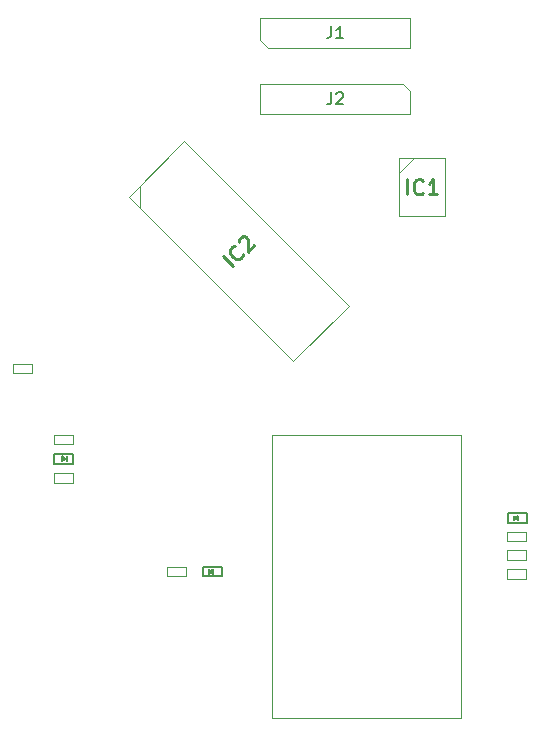
<source format=gbr>
%TF.GenerationSoftware,KiCad,Pcbnew,(5.1.10)-1*%
%TF.CreationDate,2022-09-07T09:41:17-03:00*%
%TF.ProjectId,OpenBCI_Wifi_Shield,4f70656e-4243-4495-9f57-6966695f5368,v1.0.0*%
%TF.SameCoordinates,Original*%
%TF.FileFunction,Other,Fab,Top*%
%FSLAX46Y46*%
G04 Gerber Fmt 4.6, Leading zero omitted, Abs format (unit mm)*
G04 Created by KiCad (PCBNEW (5.1.10)-1) date 2022-09-07 09:41:17*
%MOMM*%
%LPD*%
G01*
G04 APERTURE LIST*
%ADD10C,0.100000*%
%ADD11C,0.050000*%
%ADD12C,0.150000*%
%ADD13C,0.254000*%
G04 APERTURE END LIST*
D10*
%TO.C,R8*%
X122847200Y-107080000D02*
X122847200Y-106280000D01*
X124447200Y-107080000D02*
X122847200Y-107080000D01*
X124447200Y-106280000D02*
X124447200Y-107080000D01*
X122847200Y-106280000D02*
X124447200Y-106280000D01*
D11*
%TO.C,U1*%
X102924000Y-122082000D02*
X102924000Y-98082000D01*
X102932000Y-98082000D02*
X118932000Y-98082000D01*
X118932000Y-98082000D02*
X118932000Y-122082000D01*
X118932000Y-122082000D02*
X102932000Y-122082000D01*
D10*
%TO.C,R1*%
X82638800Y-92056000D02*
X82638800Y-92856000D01*
X81038800Y-92056000D02*
X82638800Y-92056000D01*
X81038800Y-92856000D02*
X81038800Y-92056000D01*
X82638800Y-92856000D02*
X81038800Y-92856000D01*
%TO.C,R3*%
X94018200Y-110064500D02*
X94018200Y-109264500D01*
X95618200Y-110064500D02*
X94018200Y-110064500D01*
X95618200Y-109264500D02*
X95618200Y-110064500D01*
X94018200Y-109264500D02*
X95618200Y-109264500D01*
%TO.C,R4*%
X86042400Y-101352400D02*
X86042400Y-102152400D01*
X84442400Y-101352400D02*
X86042400Y-101352400D01*
X84442400Y-102152400D02*
X84442400Y-101352400D01*
X86042400Y-102152400D02*
X84442400Y-102152400D01*
%TO.C,R5*%
X124447200Y-107854800D02*
X124447200Y-108654800D01*
X122847200Y-107854800D02*
X124447200Y-107854800D01*
X122847200Y-108654800D02*
X122847200Y-107854800D01*
X124447200Y-108654800D02*
X122847200Y-108654800D01*
%TO.C,R6*%
X124424000Y-109482000D02*
X124424000Y-110282000D01*
X122824000Y-109482000D02*
X124424000Y-109482000D01*
X122824000Y-110282000D02*
X122824000Y-109482000D01*
X124424000Y-110282000D02*
X122824000Y-110282000D01*
%TO.C,R7*%
X84442400Y-98901200D02*
X84442400Y-98101200D01*
X86042400Y-98901200D02*
X84442400Y-98901200D01*
X86042400Y-98101200D02*
X86042400Y-98901200D01*
X84442400Y-98101200D02*
X86042400Y-98101200D01*
D12*
%TO.C,D2*%
X97553500Y-109464500D02*
X97553500Y-109864500D01*
X97653500Y-109664500D02*
X97953500Y-109464500D01*
X97953500Y-109864500D02*
X97653500Y-109664500D01*
X97953500Y-109464500D02*
X97953500Y-109864500D01*
X98653500Y-110064500D02*
X97053500Y-110064500D01*
X98653500Y-109264500D02*
X98653500Y-110064500D01*
X97053500Y-109264500D02*
X98653500Y-109264500D01*
X97053500Y-110064500D02*
X97053500Y-109264500D01*
%TO.C,D3*%
X85542400Y-100326800D02*
X85542400Y-99926800D01*
X85442400Y-100126800D02*
X85142400Y-100326800D01*
X85142400Y-99926800D02*
X85442400Y-100126800D01*
X85142400Y-100326800D02*
X85142400Y-99926800D01*
X84442400Y-99726800D02*
X86042400Y-99726800D01*
X84442400Y-100526800D02*
X84442400Y-99726800D01*
X86042400Y-100526800D02*
X84442400Y-100526800D01*
X86042400Y-99726800D02*
X86042400Y-100526800D01*
%TO.C,D4*%
X123398000Y-104930600D02*
X123398000Y-105330600D01*
X123498000Y-105130600D02*
X123798000Y-104930600D01*
X123798000Y-105330600D02*
X123498000Y-105130600D01*
X123798000Y-104930600D02*
X123798000Y-105330600D01*
X124498000Y-105530600D02*
X122898000Y-105530600D01*
X124498000Y-104730600D02*
X124498000Y-105530600D01*
X122898000Y-104730600D02*
X124498000Y-104730600D01*
X122898000Y-105530600D02*
X122898000Y-104730600D01*
D10*
%TO.C,IC1*%
X113663000Y-75965000D02*
X114933000Y-74695000D01*
X113663000Y-79599000D02*
X113663000Y-74695000D01*
X117559000Y-79599000D02*
X113663000Y-79599000D01*
X117559000Y-74695000D02*
X117559000Y-79599000D01*
X113663000Y-74695000D02*
X117559000Y-74695000D01*
%TO.C,IC2*%
X91714107Y-78817012D02*
X91714107Y-77020961D01*
X104739014Y-91841919D02*
X90816081Y-77918986D01*
X109405919Y-87175014D02*
X104739014Y-91841919D01*
X95482986Y-73252081D02*
X109405919Y-87175014D01*
X90816081Y-77918986D02*
X95482986Y-73252081D01*
%TO.C,J1*%
X101941000Y-64682000D02*
X101941000Y-62777000D01*
X101941000Y-62777000D02*
X114641000Y-62777000D01*
X114641000Y-62777000D02*
X114641000Y-65317000D01*
X114641000Y-65317000D02*
X102576000Y-65317000D01*
X102576000Y-65317000D02*
X101941000Y-64682000D01*
%TO.C,J2*%
X113996000Y-68377000D02*
X114631000Y-69012000D01*
X101931000Y-68377000D02*
X113996000Y-68377000D01*
X101931000Y-70917000D02*
X101931000Y-68377000D01*
X114631000Y-70917000D02*
X101931000Y-70917000D01*
X114631000Y-69012000D02*
X114631000Y-70917000D01*
%TD*%
%TO.C,IC1*%
D13*
X114371238Y-77721523D02*
X114371238Y-76451523D01*
X115701714Y-77600571D02*
X115641238Y-77661047D01*
X115459809Y-77721523D01*
X115338857Y-77721523D01*
X115157428Y-77661047D01*
X115036476Y-77540095D01*
X114976000Y-77419142D01*
X114915523Y-77177238D01*
X114915523Y-76995809D01*
X114976000Y-76753904D01*
X115036476Y-76632952D01*
X115157428Y-76512000D01*
X115338857Y-76451523D01*
X115459809Y-76451523D01*
X115641238Y-76512000D01*
X115701714Y-76572476D01*
X116911238Y-77721523D02*
X116185523Y-77721523D01*
X116548380Y-77721523D02*
X116548380Y-76451523D01*
X116427428Y-76632952D01*
X116306476Y-76753904D01*
X116185523Y-76814380D01*
%TO.C,IC2*%
X99640605Y-83829893D02*
X98742580Y-82931868D01*
X100495868Y-82803578D02*
X100495868Y-82889104D01*
X100410341Y-83060157D01*
X100324815Y-83145683D01*
X100153763Y-83231209D01*
X99982710Y-83231209D01*
X99854421Y-83188446D01*
X99640605Y-83060157D01*
X99512316Y-82931868D01*
X99384026Y-82718052D01*
X99341263Y-82589763D01*
X99341263Y-82418710D01*
X99426790Y-82247658D01*
X99512316Y-82162131D01*
X99683368Y-82076605D01*
X99768895Y-82076605D01*
X100111000Y-81734500D02*
X100111000Y-81648974D01*
X100153763Y-81520685D01*
X100367578Y-81306869D01*
X100495868Y-81264106D01*
X100581394Y-81264106D01*
X100709683Y-81306869D01*
X100795209Y-81392395D01*
X100880736Y-81563448D01*
X100880736Y-82589763D01*
X101436656Y-82033842D01*
%TO.C,J1*%
D12*
X107957666Y-63499380D02*
X107957666Y-64213666D01*
X107910047Y-64356523D01*
X107814809Y-64451761D01*
X107671952Y-64499380D01*
X107576714Y-64499380D01*
X108957666Y-64499380D02*
X108386238Y-64499380D01*
X108671952Y-64499380D02*
X108671952Y-63499380D01*
X108576714Y-63642238D01*
X108481476Y-63737476D01*
X108386238Y-63785095D01*
%TO.C,J2*%
X107947666Y-69099380D02*
X107947666Y-69813666D01*
X107900047Y-69956523D01*
X107804809Y-70051761D01*
X107661952Y-70099380D01*
X107566714Y-70099380D01*
X108376238Y-69194619D02*
X108423857Y-69147000D01*
X108519095Y-69099380D01*
X108757190Y-69099380D01*
X108852428Y-69147000D01*
X108900047Y-69194619D01*
X108947666Y-69289857D01*
X108947666Y-69385095D01*
X108900047Y-69527952D01*
X108328619Y-70099380D01*
X108947666Y-70099380D01*
%TD*%
M02*

</source>
